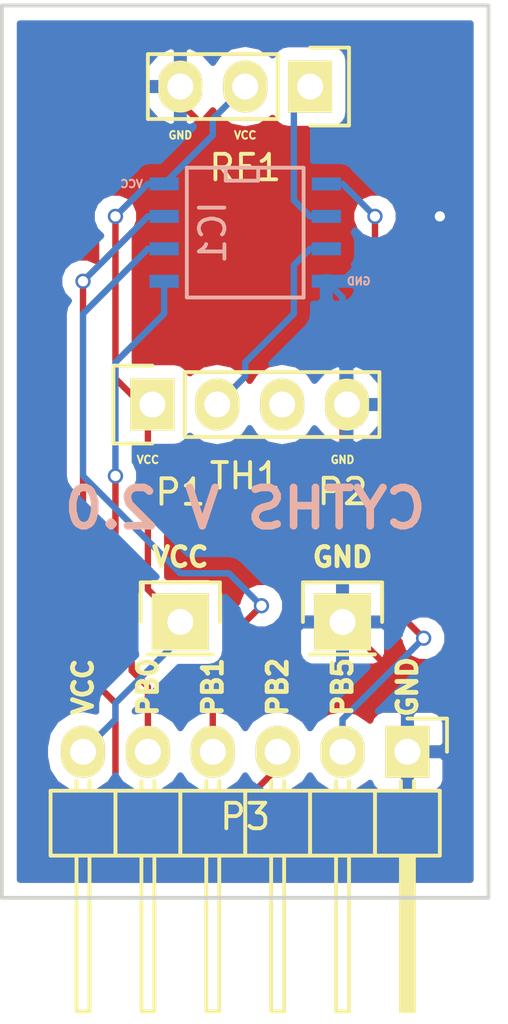
<source format=kicad_pcb>
(kicad_pcb (version 4) (host pcbnew 4.0.2+dfsg1-2~bpo8+1-stable)

  (general
    (links 14)
    (no_connects 0)
    (area 173.914999 73.584999 193.115001 108.660001)
    (thickness 1.6)
    (drawings 19)
    (tracks 85)
    (zones 0)
    (modules 6)
    (nets 10)
  )

  (page A4)
  (layers
    (0 F.Cu signal)
    (31 B.Cu signal hide)
    (32 B.Adhes user)
    (33 F.Adhes user)
    (34 B.Paste user)
    (35 F.Paste user)
    (36 B.SilkS user)
    (37 F.SilkS user)
    (38 B.Mask user)
    (39 F.Mask user)
    (40 Dwgs.User user)
    (41 Cmts.User user)
    (42 Eco1.User user)
    (43 Eco2.User user)
    (44 Edge.Cuts user)
    (45 Margin user)
    (46 B.CrtYd user)
    (47 F.CrtYd user)
    (48 B.Fab user)
    (49 F.Fab user)
  )

  (setup
    (last_trace_width 0.25)
    (trace_clearance 0.2)
    (zone_clearance 0.508)
    (zone_45_only yes)
    (trace_min 0.2)
    (segment_width 0.2)
    (edge_width 0.15)
    (via_size 0.6)
    (via_drill 0.4)
    (via_min_size 0.4)
    (via_min_drill 0.3)
    (uvia_size 0.3)
    (uvia_drill 0.1)
    (uvias_allowed no)
    (uvia_min_size 0.2)
    (uvia_min_drill 0.1)
    (pcb_text_width 0.3)
    (pcb_text_size 0.3 0.3)
    (mod_edge_width 0.15)
    (mod_text_size 1 1)
    (mod_text_width 0.15)
    (pad_size 1.524 1.524)
    (pad_drill 0.762)
    (pad_to_mask_clearance 0.2)
    (aux_axis_origin 0 0)
    (visible_elements FFFFF77F)
    (pcbplotparams
      (layerselection 0x01030_80000001)
      (usegerberextensions true)
      (excludeedgelayer true)
      (linewidth 0.100000)
      (plotframeref false)
      (viasonmask false)
      (mode 1)
      (useauxorigin false)
      (hpglpennumber 1)
      (hpglpenspeed 20)
      (hpglpendiameter 15)
      (hpglpenoverlay 2)
      (psnegative false)
      (psa4output false)
      (plotreference true)
      (plotvalue true)
      (plotinvisibletext false)
      (padsonsilk false)
      (subtractmaskfromsilk false)
      (outputformat 1)
      (mirror false)
      (drillshape 0)
      (scaleselection 1)
      (outputdirectory /home/yves/Bureau/cyths/))
  )

  (net 0 "")
  (net 1 VCC)
  (net 2 "Net-(IC1-Pad7)")
  (net 3 "Net-(IC1-Pad6)")
  (net 4 "Net-(IC1-Pad5)")
  (net 5 GND)
  (net 6 "Net-(IC1-Pad3)")
  (net 7 "Net-(IC1-Pad2)")
  (net 8 "Net-(IC1-Pad1)")
  (net 9 "Net-(TH1-Pad3)")

  (net_class Default "This is the default net class."
    (clearance 0.2)
    (trace_width 0.25)
    (via_dia 0.6)
    (via_drill 0.4)
    (uvia_dia 0.3)
    (uvia_drill 0.1)
    (add_net GND)
    (add_net "Net-(IC1-Pad1)")
    (add_net "Net-(IC1-Pad2)")
    (add_net "Net-(IC1-Pad3)")
    (add_net "Net-(IC1-Pad5)")
    (add_net "Net-(IC1-Pad6)")
    (add_net "Net-(IC1-Pad7)")
    (add_net "Net-(TH1-Pad3)")
    (add_net VCC)
  )

  (module Sensors:RF_Transmitter_433_MHz (layer F.Cu) (tedit 57C19B42) (tstamp 57C18C37)
    (at 183.515 76.835 180)
    (path /57A25B62)
    (fp_text reference RF1 (at 0 -3.175 180) (layer F.SilkS)
      (effects (font (size 1 1) (thickness 0.15)))
    )
    (fp_text value Transmitter_433_MHz (at 0 2.54 180) (layer F.Fab)
      (effects (font (size 1 1) (thickness 0.15)))
    )
    (fp_line (start 3.81 1.27) (end -1.27 1.27) (layer F.SilkS) (width 0.15))
    (fp_line (start 3.81 -1.27) (end 3.81 1.27) (layer F.SilkS) (width 0.15))
    (fp_line (start -1.27 -1.27) (end 3.81 -1.27) (layer F.SilkS) (width 0.15))
    (fp_line (start -1.27 1.27) (end -1.27 -1.27) (layer F.SilkS) (width 0.15))
    (fp_line (start -4.064 1.524) (end -2.54 1.524) (layer F.SilkS) (width 0.15))
    (fp_line (start -4.064 -1.524) (end -4.064 1.524) (layer F.SilkS) (width 0.15))
    (fp_line (start -2.54 -1.524) (end -4.064 -1.524) (layer F.SilkS) (width 0.15))
    (fp_line (start -4.445 0.635) (end -4.445 -0.635) (layer F.CrtYd) (width 0.15))
    (fp_line (start -6.985 0.635) (end -4.445 0.635) (layer F.CrtYd) (width 0.15))
    (fp_line (start -6.985 -0.635) (end -6.985 0.635) (layer F.CrtYd) (width 0.15))
    (fp_line (start 9.525 -0.635) (end -9.525 -0.635) (layer F.CrtYd) (width 0.15))
    (fp_line (start 9.525 -1.905) (end 9.525 -0.635) (layer F.CrtYd) (width 0.15))
    (fp_line (start -9.525 -1.905) (end 9.525 -1.905) (layer F.CrtYd) (width 0.15))
    (fp_line (start -9.525 -0.635) (end -9.525 -1.905) (layer F.CrtYd) (width 0.15))
    (pad 1 thru_hole rect (at -2.54 0 270) (size 2.032 1.7272) (drill 1.016) (layers *.Cu *.Mask F.SilkS)
      (net 7 "Net-(IC1-Pad2)"))
    (pad 2 thru_hole oval (at 0 0 270) (size 2.032 1.7272) (drill 1.016) (layers *.Cu *.Mask F.SilkS)
      (net 1 VCC))
    (pad 3 thru_hole oval (at 2.54 0 270) (size 2.032 1.7272) (drill 1.016) (layers *.Cu *.Mask F.SilkS)
      (net 5 GND))
  )

  (module SMD_Packages:SOIC-8-N (layer B.Cu) (tedit 0) (tstamp 57C18C1C)
    (at 183.515 82.55 270)
    (descr "Module Narrow CMS SOJ 8 pins large")
    (tags "CMS SOJ")
    (path /57A25814)
    (attr smd)
    (fp_text reference IC1 (at 0 1.27 270) (layer B.SilkS)
      (effects (font (size 1 1) (thickness 0.15)) (justify mirror))
    )
    (fp_text value ATTINY85-S (at 0 -1.27 270) (layer B.Fab)
      (effects (font (size 1 1) (thickness 0.15)) (justify mirror))
    )
    (fp_line (start -2.54 2.286) (end 2.54 2.286) (layer B.SilkS) (width 0.15))
    (fp_line (start 2.54 2.286) (end 2.54 -2.286) (layer B.SilkS) (width 0.15))
    (fp_line (start 2.54 -2.286) (end -2.54 -2.286) (layer B.SilkS) (width 0.15))
    (fp_line (start -2.54 -2.286) (end -2.54 2.286) (layer B.SilkS) (width 0.15))
    (fp_line (start -2.54 0.762) (end -2.032 0.762) (layer B.SilkS) (width 0.15))
    (fp_line (start -2.032 0.762) (end -2.032 -0.508) (layer B.SilkS) (width 0.15))
    (fp_line (start -2.032 -0.508) (end -2.54 -0.508) (layer B.SilkS) (width 0.15))
    (pad 8 smd rect (at -1.905 3.175 270) (size 0.508 1.143) (layers B.Cu B.Paste B.Mask)
      (net 1 VCC))
    (pad 7 smd rect (at -0.635 3.175 270) (size 0.508 1.143) (layers B.Cu B.Paste B.Mask)
      (net 2 "Net-(IC1-Pad7)"))
    (pad 6 smd rect (at 0.635 3.175 270) (size 0.508 1.143) (layers B.Cu B.Paste B.Mask)
      (net 3 "Net-(IC1-Pad6)"))
    (pad 5 smd rect (at 1.905 3.175 270) (size 0.508 1.143) (layers B.Cu B.Paste B.Mask)
      (net 4 "Net-(IC1-Pad5)"))
    (pad 4 smd rect (at 1.905 -3.175 270) (size 0.508 1.143) (layers B.Cu B.Paste B.Mask)
      (net 5 GND))
    (pad 3 smd rect (at 0.635 -3.175 270) (size 0.508 1.143) (layers B.Cu B.Paste B.Mask)
      (net 6 "Net-(IC1-Pad3)"))
    (pad 2 smd rect (at -0.635 -3.175 270) (size 0.508 1.143) (layers B.Cu B.Paste B.Mask)
      (net 7 "Net-(IC1-Pad2)"))
    (pad 1 smd rect (at -1.905 -3.175 270) (size 0.508 1.143) (layers B.Cu B.Paste B.Mask)
      (net 8 "Net-(IC1-Pad1)"))
    (model SMD_Packages.3dshapes/SOIC-8-N.wrl
      (at (xyz 0 0 0))
      (scale (xyz 0.5 0.38 0.5))
      (rotate (xyz 0 0 0))
    )
  )

  (module Pin_Headers:Pin_Header_Straight_1x01 (layer F.Cu) (tedit 57C19981) (tstamp 57C18C21)
    (at 180.975 97.79)
    (descr "Through hole pin header")
    (tags "pin header")
    (path /57C195FD)
    (fp_text reference P1 (at 0 -5.08) (layer F.SilkS)
      (effects (font (size 1 1) (thickness 0.15)))
    )
    (fp_text value VCC_HEADER (at 0 -3.1) (layer F.Fab)
      (effects (font (size 1 1) (thickness 0.15)))
    )
    (fp_line (start 1.55 -1.55) (end 1.55 0) (layer F.SilkS) (width 0.15))
    (fp_line (start -1.75 -1.75) (end -1.75 1.75) (layer F.CrtYd) (width 0.05))
    (fp_line (start 1.75 -1.75) (end 1.75 1.75) (layer F.CrtYd) (width 0.05))
    (fp_line (start -1.75 -1.75) (end 1.75 -1.75) (layer F.CrtYd) (width 0.05))
    (fp_line (start -1.75 1.75) (end 1.75 1.75) (layer F.CrtYd) (width 0.05))
    (fp_line (start -1.55 0) (end -1.55 -1.55) (layer F.SilkS) (width 0.15))
    (fp_line (start -1.55 -1.55) (end 1.55 -1.55) (layer F.SilkS) (width 0.15))
    (fp_line (start -1.27 1.27) (end 1.27 1.27) (layer F.SilkS) (width 0.15))
    (pad 1 thru_hole rect (at 0 0) (size 2.2352 2.2352) (drill 1.016) (layers *.Cu *.Mask F.SilkS)
      (net 1 VCC))
    (model Pin_Headers.3dshapes/Pin_Header_Straight_1x01.wrl
      (at (xyz 0 0 0))
      (scale (xyz 1 1 1))
      (rotate (xyz 0 0 90))
    )
  )

  (module Pin_Headers:Pin_Header_Angled_1x06 (layer F.Cu) (tedit 57C1974A) (tstamp 57C18C30)
    (at 189.865 102.87 270)
    (descr "Through hole pin header")
    (tags "pin header")
    (path /57C18B49)
    (fp_text reference P3 (at 2.54 6.35 360) (layer F.SilkS)
      (effects (font (size 1 1) (thickness 0.15)))
    )
    (fp_text value PROG_HEADER (at 0 -3.1 270) (layer F.Fab)
      (effects (font (size 1 1) (thickness 0.15)))
    )
    (fp_line (start -1.5 -1.75) (end -1.5 14.45) (layer F.CrtYd) (width 0.05))
    (fp_line (start 10.65 -1.75) (end 10.65 14.45) (layer F.CrtYd) (width 0.05))
    (fp_line (start -1.5 -1.75) (end 10.65 -1.75) (layer F.CrtYd) (width 0.05))
    (fp_line (start -1.5 14.45) (end 10.65 14.45) (layer F.CrtYd) (width 0.05))
    (fp_line (start -1.3 -1.55) (end -1.3 0) (layer F.SilkS) (width 0.15))
    (fp_line (start 0 -1.55) (end -1.3 -1.55) (layer F.SilkS) (width 0.15))
    (fp_line (start 4.191 -0.127) (end 10.033 -0.127) (layer F.SilkS) (width 0.15))
    (fp_line (start 10.033 -0.127) (end 10.033 0.127) (layer F.SilkS) (width 0.15))
    (fp_line (start 10.033 0.127) (end 4.191 0.127) (layer F.SilkS) (width 0.15))
    (fp_line (start 4.191 0.127) (end 4.191 0) (layer F.SilkS) (width 0.15))
    (fp_line (start 4.191 0) (end 10.033 0) (layer F.SilkS) (width 0.15))
    (fp_line (start 1.524 -0.254) (end 1.143 -0.254) (layer F.SilkS) (width 0.15))
    (fp_line (start 1.524 0.254) (end 1.143 0.254) (layer F.SilkS) (width 0.15))
    (fp_line (start 1.524 2.286) (end 1.143 2.286) (layer F.SilkS) (width 0.15))
    (fp_line (start 1.524 2.794) (end 1.143 2.794) (layer F.SilkS) (width 0.15))
    (fp_line (start 1.524 4.826) (end 1.143 4.826) (layer F.SilkS) (width 0.15))
    (fp_line (start 1.524 5.334) (end 1.143 5.334) (layer F.SilkS) (width 0.15))
    (fp_line (start 1.524 12.954) (end 1.143 12.954) (layer F.SilkS) (width 0.15))
    (fp_line (start 1.524 12.446) (end 1.143 12.446) (layer F.SilkS) (width 0.15))
    (fp_line (start 1.524 10.414) (end 1.143 10.414) (layer F.SilkS) (width 0.15))
    (fp_line (start 1.524 9.906) (end 1.143 9.906) (layer F.SilkS) (width 0.15))
    (fp_line (start 1.524 7.874) (end 1.143 7.874) (layer F.SilkS) (width 0.15))
    (fp_line (start 1.524 7.366) (end 1.143 7.366) (layer F.SilkS) (width 0.15))
    (fp_line (start 1.524 -1.27) (end 4.064 -1.27) (layer F.SilkS) (width 0.15))
    (fp_line (start 1.524 1.27) (end 4.064 1.27) (layer F.SilkS) (width 0.15))
    (fp_line (start 1.524 1.27) (end 1.524 3.81) (layer F.SilkS) (width 0.15))
    (fp_line (start 1.524 3.81) (end 4.064 3.81) (layer F.SilkS) (width 0.15))
    (fp_line (start 4.064 2.286) (end 10.16 2.286) (layer F.SilkS) (width 0.15))
    (fp_line (start 10.16 2.286) (end 10.16 2.794) (layer F.SilkS) (width 0.15))
    (fp_line (start 10.16 2.794) (end 4.064 2.794) (layer F.SilkS) (width 0.15))
    (fp_line (start 4.064 3.81) (end 4.064 1.27) (layer F.SilkS) (width 0.15))
    (fp_line (start 4.064 1.27) (end 4.064 -1.27) (layer F.SilkS) (width 0.15))
    (fp_line (start 10.16 0.254) (end 4.064 0.254) (layer F.SilkS) (width 0.15))
    (fp_line (start 10.16 -0.254) (end 10.16 0.254) (layer F.SilkS) (width 0.15))
    (fp_line (start 4.064 -0.254) (end 10.16 -0.254) (layer F.SilkS) (width 0.15))
    (fp_line (start 1.524 1.27) (end 4.064 1.27) (layer F.SilkS) (width 0.15))
    (fp_line (start 1.524 -1.27) (end 1.524 1.27) (layer F.SilkS) (width 0.15))
    (fp_line (start 1.524 8.89) (end 4.064 8.89) (layer F.SilkS) (width 0.15))
    (fp_line (start 1.524 8.89) (end 1.524 11.43) (layer F.SilkS) (width 0.15))
    (fp_line (start 1.524 11.43) (end 4.064 11.43) (layer F.SilkS) (width 0.15))
    (fp_line (start 4.064 9.906) (end 10.16 9.906) (layer F.SilkS) (width 0.15))
    (fp_line (start 10.16 9.906) (end 10.16 10.414) (layer F.SilkS) (width 0.15))
    (fp_line (start 10.16 10.414) (end 4.064 10.414) (layer F.SilkS) (width 0.15))
    (fp_line (start 4.064 11.43) (end 4.064 8.89) (layer F.SilkS) (width 0.15))
    (fp_line (start 4.064 13.97) (end 4.064 11.43) (layer F.SilkS) (width 0.15))
    (fp_line (start 10.16 12.954) (end 4.064 12.954) (layer F.SilkS) (width 0.15))
    (fp_line (start 10.16 12.446) (end 10.16 12.954) (layer F.SilkS) (width 0.15))
    (fp_line (start 4.064 12.446) (end 10.16 12.446) (layer F.SilkS) (width 0.15))
    (fp_line (start 1.524 13.97) (end 4.064 13.97) (layer F.SilkS) (width 0.15))
    (fp_line (start 1.524 11.43) (end 1.524 13.97) (layer F.SilkS) (width 0.15))
    (fp_line (start 1.524 11.43) (end 4.064 11.43) (layer F.SilkS) (width 0.15))
    (fp_line (start 1.524 6.35) (end 4.064 6.35) (layer F.SilkS) (width 0.15))
    (fp_line (start 1.524 6.35) (end 1.524 8.89) (layer F.SilkS) (width 0.15))
    (fp_line (start 1.524 8.89) (end 4.064 8.89) (layer F.SilkS) (width 0.15))
    (fp_line (start 4.064 7.366) (end 10.16 7.366) (layer F.SilkS) (width 0.15))
    (fp_line (start 10.16 7.366) (end 10.16 7.874) (layer F.SilkS) (width 0.15))
    (fp_line (start 10.16 7.874) (end 4.064 7.874) (layer F.SilkS) (width 0.15))
    (fp_line (start 4.064 8.89) (end 4.064 6.35) (layer F.SilkS) (width 0.15))
    (fp_line (start 4.064 6.35) (end 4.064 3.81) (layer F.SilkS) (width 0.15))
    (fp_line (start 10.16 5.334) (end 4.064 5.334) (layer F.SilkS) (width 0.15))
    (fp_line (start 10.16 4.826) (end 10.16 5.334) (layer F.SilkS) (width 0.15))
    (fp_line (start 4.064 4.826) (end 10.16 4.826) (layer F.SilkS) (width 0.15))
    (fp_line (start 1.524 6.35) (end 4.064 6.35) (layer F.SilkS) (width 0.15))
    (fp_line (start 1.524 3.81) (end 1.524 6.35) (layer F.SilkS) (width 0.15))
    (fp_line (start 1.524 3.81) (end 4.064 3.81) (layer F.SilkS) (width 0.15))
    (pad 1 thru_hole rect (at 0 0 270) (size 2.032 1.7272) (drill 1.016) (layers *.Cu *.Mask F.SilkS)
      (net 5 GND))
    (pad 2 thru_hole oval (at 0 2.54 270) (size 2.032 1.7272) (drill 1.016) (layers *.Cu *.Mask F.SilkS)
      (net 8 "Net-(IC1-Pad1)"))
    (pad 3 thru_hole oval (at 0 5.08 270) (size 2.032 1.7272) (drill 1.016) (layers *.Cu *.Mask F.SilkS)
      (net 2 "Net-(IC1-Pad7)"))
    (pad 4 thru_hole oval (at 0 7.62 270) (size 2.032 1.7272) (drill 1.016) (layers *.Cu *.Mask F.SilkS)
      (net 3 "Net-(IC1-Pad6)"))
    (pad 5 thru_hole oval (at 0 10.16 270) (size 2.032 1.7272) (drill 1.016) (layers *.Cu *.Mask F.SilkS)
      (net 4 "Net-(IC1-Pad5)"))
    (pad 6 thru_hole oval (at 0 12.7 270) (size 2.032 1.7272) (drill 1.016) (layers *.Cu *.Mask F.SilkS)
      (net 1 VCC))
    (model Pin_Headers.3dshapes/Pin_Header_Angled_1x06.wrl
      (at (xyz 0 -0.25 0))
      (scale (xyz 1 1 1))
      (rotate (xyz 0 0 90))
    )
  )

  (module Sensors:DHT22_Temperature_Humidity (layer F.Cu) (tedit 57C19300) (tstamp 57C18C3F)
    (at 183.690001 89.280001)
    (path /57A25AE9)
    (fp_text reference TH1 (at -0.175001 2.794999) (layer F.SilkS)
      (effects (font (size 1 1) (thickness 0.15)))
    )
    (fp_text value DHT22 (at 0 5.445) (layer F.Fab)
      (effects (font (size 1 1) (thickness 0.15)))
    )
    (fp_line (start -2.54 1.27) (end -2.54 -1.27) (layer F.SilkS) (width 0.15))
    (fp_line (start 5.08 1.27) (end -2.54 1.27) (layer F.SilkS) (width 0.15))
    (fp_line (start 5.08 -1.27) (end 5.08 1.27) (layer F.SilkS) (width 0.15))
    (fp_line (start -2.54 -1.27) (end 5.08 -1.27) (layer F.SilkS) (width 0.15))
    (fp_line (start -5.334 1.524) (end -3.81 1.524) (layer F.SilkS) (width 0.15))
    (fp_line (start -5.334 -1.524) (end -5.334 1.524) (layer F.SilkS) (width 0.15))
    (fp_line (start -3.81 -1.524) (end -5.334 -1.524) (layer F.SilkS) (width 0.15))
    (fp_line (start -7.62 4.3) (end 7.62 4.3) (layer B.CrtYd) (width 0.15))
    (fp_line (start -7.62 -3.3) (end -7.62 4.3) (layer B.CrtYd) (width 0.15))
    (fp_line (start 7.62 -3.3) (end 7.62 4.3) (layer B.CrtYd) (width 0.15))
    (fp_line (start -7.62 -3.3) (end 7.62 -3.3) (layer B.CrtYd) (width 0.15))
    (fp_line (start -7.62 -2) (end 7.62 -2) (layer B.CrtYd) (width 0.15))
    (pad 1 thru_hole rect (at -3.81 0 90) (size 2.032 1.7272) (drill 1.016) (layers *.Cu *.Mask F.SilkS)
      (net 1 VCC))
    (pad 2 thru_hole oval (at -1.27 0 90) (size 2.032 1.7272) (drill 1.016) (layers *.Cu *.Mask F.SilkS)
      (net 6 "Net-(IC1-Pad3)"))
    (pad 3 thru_hole oval (at 1.27 0 90) (size 2.032 1.7272) (drill 1.016) (layers *.Cu *.Mask F.SilkS)
      (net 9 "Net-(TH1-Pad3)"))
    (pad 4 thru_hole oval (at 3.81 0 90) (size 2.032 1.7272) (drill 1.016) (layers *.Cu *.Mask F.SilkS)
      (net 5 GND))
  )

  (module Pin_Headers:Pin_Header_Straight_1x01 (layer F.Cu) (tedit 54EA08DC) (tstamp 57C1975A)
    (at 187.325 97.79)
    (descr "Through hole pin header")
    (tags "pin header")
    (path /57C19671)
    (fp_text reference P2 (at 0 -5.1) (layer F.SilkS)
      (effects (font (size 1 1) (thickness 0.15)))
    )
    (fp_text value GND_HEADER (at 0 -3.1) (layer F.Fab)
      (effects (font (size 1 1) (thickness 0.15)))
    )
    (fp_line (start 1.55 -1.55) (end 1.55 0) (layer F.SilkS) (width 0.15))
    (fp_line (start -1.75 -1.75) (end -1.75 1.75) (layer F.CrtYd) (width 0.05))
    (fp_line (start 1.75 -1.75) (end 1.75 1.75) (layer F.CrtYd) (width 0.05))
    (fp_line (start -1.75 -1.75) (end 1.75 -1.75) (layer F.CrtYd) (width 0.05))
    (fp_line (start -1.75 1.75) (end 1.75 1.75) (layer F.CrtYd) (width 0.05))
    (fp_line (start -1.55 0) (end -1.55 -1.55) (layer F.SilkS) (width 0.15))
    (fp_line (start -1.55 -1.55) (end 1.55 -1.55) (layer F.SilkS) (width 0.15))
    (fp_line (start -1.27 1.27) (end 1.27 1.27) (layer F.SilkS) (width 0.15))
    (pad 1 thru_hole rect (at 0 0) (size 2.2352 2.2352) (drill 1.016) (layers *.Cu *.Mask F.SilkS)
      (net 5 GND))
    (model Pin_Headers.3dshapes/Pin_Header_Straight_1x01.wrl
      (at (xyz 0 0 0))
      (scale (xyz 1 1 1))
      (rotate (xyz 0 0 90))
    )
  )

  (gr_line (start 173.99 73.66) (end 173.99 108.585) (angle 90) (layer Edge.Cuts) (width 0.15))
  (gr_line (start 193.04 73.66) (end 173.99 73.66) (angle 90) (layer Edge.Cuts) (width 0.15))
  (gr_line (start 193.04 108.585) (end 193.04 73.66) (angle 90) (layer Edge.Cuts) (width 0.15))
  (gr_line (start 173.99 108.585) (end 193.04 108.585) (angle 90) (layer Edge.Cuts) (width 0.15))
  (gr_text VCC (at 183.515 78.74) (layer F.SilkS)
    (effects (font (size 0.3 0.3) (thickness 0.075)))
  )
  (gr_text GND (at 180.975 78.74) (layer F.SilkS)
    (effects (font (size 0.3 0.3) (thickness 0.075)))
  )
  (gr_text GND (at 187.325 91.44) (layer F.SilkS)
    (effects (font (size 0.3 0.3) (thickness 0.075)))
  )
  (gr_text VCC (at 179.705 91.44) (layer F.SilkS)
    (effects (font (size 0.3 0.3) (thickness 0.075)))
  )
  (gr_text GND (at 187.96 84.455) (layer B.SilkS)
    (effects (font (size 0.3 0.3) (thickness 0.075)) (justify mirror))
  )
  (gr_text VCC (at 179.07 80.645) (layer B.SilkS)
    (effects (font (size 0.3 0.3) (thickness 0.075)) (justify mirror))
  )
  (gr_text GND (at 187.325 95.25) (layer F.SilkS)
    (effects (font (size 0.75 0.75) (thickness 0.1875)))
  )
  (gr_text VCC (at 180.975 95.25) (layer F.SilkS)
    (effects (font (size 0.75 0.75) (thickness 0.1875)))
  )
  (gr_text GND (at 189.865 100.33 90) (layer F.SilkS)
    (effects (font (size 0.75 0.75) (thickness 0.1875)))
  )
  (gr_text PB5 (at 187.325 100.33 90) (layer F.SilkS)
    (effects (font (size 0.75 0.75) (thickness 0.1875)))
  )
  (gr_text PB2 (at 184.785 100.33 90) (layer F.SilkS)
    (effects (font (size 0.75 0.75) (thickness 0.1875)))
  )
  (gr_text PB1 (at 182.245 100.33 90) (layer F.SilkS)
    (effects (font (size 0.75 0.75) (thickness 0.1875)))
  )
  (gr_text PB0 (at 179.705 100.33 90) (layer F.SilkS)
    (effects (font (size 0.75 0.75) (thickness 0.1875)))
  )
  (gr_text VCC (at 177.165 100.33 90) (layer F.SilkS)
    (effects (font (size 0.75 0.75) (thickness 0.1875)))
  )
  (gr_text "CYTHS V 2.0" (at 183.515 93.345) (layer B.SilkS)
    (effects (font (size 1.5 1.5) (thickness 0.3)) (justify mirror))
  )

  (segment (start 180.975 97.79) (end 180.975 98.425) (width 0.25) (layer B.Cu) (net 1) (status 80000))
  (segment (start 180.975 98.425) (end 178.435 100.965) (width 0.25) (layer B.Cu) (net 1) (status 80000))
  (segment (start 178.435 100.965) (end 178.435 101.6) (width 0.25) (layer B.Cu) (net 1) (status 80000))
  (segment (start 178.435 101.6) (end 177.165 102.87) (width 0.25) (layer B.Cu) (net 1) (status 80000))
  (segment (start 180.34 80.645) (end 182.245 78.74) (width 0.25) (layer B.Cu) (net 1) (status 80000))
  (segment (start 182.245 78.74) (end 182.245 78.105) (width 0.25) (layer B.Cu) (net 1) (status 80000))
  (segment (start 182.245 78.105) (end 183.515 76.835) (width 0.25) (layer B.Cu) (net 1) (status 80000))
  (segment (start 180.975 97.79) (end 179.705 96.52) (width 0.25) (layer F.Cu) (net 1) (status 80000))
  (segment (start 179.705 96.52) (end 179.705 89.535) (width 0.25) (layer F.Cu) (net 1) (status 80000))
  (segment (start 179.705 89.535) (end 179.880001 89.280001) (width 0.25) (layer F.Cu) (net 1) (tstamp 57C1F94A) (status 80000))
  (segment (start 179.880001 89.280001) (end 179.705 89.535) (width 0.25) (layer F.Cu) (net 1) (status 80000))
  (segment (start 179.705 89.535) (end 178.435 88.265) (width 0.25) (layer F.Cu) (net 1) (status 80000))
  (segment (start 178.435 88.265) (end 178.435 81.915) (width 0.25) (layer F.Cu) (net 1) (status 80000))
  (via (at 178.435 81.915) (size 0.6) (layers F.Cu B.Cu) (net 1) (status 80000))
  (segment (start 178.435 81.915) (end 179.705 80.645) (width 0.25) (layer B.Cu) (net 1) (status 80000))
  (segment (start 179.705 80.645) (end 180.34 80.645) (width 0.25) (layer B.Cu) (net 1) (status 80000))
  (segment (start 178.435 100.965) (end 178.435 104.14) (width 0.25) (layer F.Cu) (net 2))
  (segment (start 179.705 81.915) (end 177.165 84.455) (width 0.25) (layer B.Cu) (net 2) (tstamp 57C2E37F))
  (segment (start 184.785 103.505) (end 183.515 104.775) (width 0.25) (layer F.Cu) (net 2) (status 80000))
  (segment (start 177.8 100.33) (end 178.435 100.965) (width 0.25) (layer F.Cu) (net 2) (status 80000))
  (segment (start 177.8 98.425) (end 177.8 100.33) (width 0.25) (layer F.Cu) (net 2) (status 80000))
  (segment (start 177.165 97.79) (end 177.8 98.425) (width 0.25) (layer F.Cu) (net 2) (status 80000))
  (segment (start 177.165 84.455) (end 177.165 97.79) (width 0.25) (layer F.Cu) (net 2) (status 80000))
  (via (at 177.165 84.455) (size 0.6) (layers F.Cu B.Cu) (net 2) (status 80000))
  (segment (start 179.705 81.915) (end 180.34 81.915) (width 0.25) (layer B.Cu) (net 2))
  (segment (start 179.07 104.775) (end 183.515 104.775) (width 0.25) (layer F.Cu) (net 2) (tstamp 57C2E472))
  (segment (start 178.435 104.14) (end 179.07 104.775) (width 0.25) (layer F.Cu) (net 2) (tstamp 57C2E46F))
  (segment (start 184.785 103.505) (end 184.785 102.87) (width 0.25) (layer F.Cu) (net 2) (status 80000))
  (segment (start 180.34 83.185) (end 179.705 83.185) (width 0.25) (layer B.Cu) (net 3))
  (segment (start 182.245 100.33) (end 182.245 102.87) (width 0.25) (layer F.Cu) (net 3) (status 80000))
  (segment (start 182.88 99.695) (end 182.245 100.33) (width 0.25) (layer F.Cu) (net 3) (status 80000))
  (segment (start 182.88 98.425) (end 182.88 99.695) (width 0.25) (layer F.Cu) (net 3) (status 80000))
  (segment (start 184.15 97.155) (end 182.88 98.425) (width 0.25) (layer F.Cu) (net 3) (status 80000))
  (via (at 184.15 97.155) (size 0.6) (layers F.Cu B.Cu) (net 3) (status 80000))
  (segment (start 182.88 95.885) (end 184.15 97.155) (width 0.25) (layer B.Cu) (net 3) (status 80000))
  (segment (start 180.975 95.885) (end 182.88 95.885) (width 0.25) (layer B.Cu) (net 3) (status 80000))
  (segment (start 177.165 92.075) (end 180.975 95.885) (width 0.25) (layer B.Cu) (net 3) (status 80000))
  (segment (start 177.165 86.995) (end 177.165 92.075) (width 0.25) (layer B.Cu) (net 3) (status 80000))
  (segment (start 177.165 85.725) (end 177.165 86.995) (width 0.25) (layer B.Cu) (net 3) (tstamp 57C2E3A8))
  (segment (start 179.705 83.185) (end 177.165 85.725) (width 0.25) (layer B.Cu) (net 3) (tstamp 57C2E3A2))
  (segment (start 180.34 84.455) (end 180.34 85.725) (width 0.25) (layer B.Cu) (net 4) (status 80000))
  (segment (start 180.34 85.725) (end 178.435 87.63) (width 0.25) (layer B.Cu) (net 4) (status 80000))
  (segment (start 178.435 87.63) (end 178.435 92.075) (width 0.25) (layer B.Cu) (net 4) (status 80000))
  (via (at 178.435 92.075) (size 0.6) (layers F.Cu B.Cu) (net 4) (status 80000))
  (segment (start 178.435 92.075) (end 178.435 97.155) (width 0.25) (layer F.Cu) (net 4) (status 80000))
  (segment (start 178.435 97.155) (end 179.07 97.79) (width 0.25) (layer F.Cu) (net 4) (status 80000))
  (segment (start 179.07 97.79) (end 179.07 99.695) (width 0.25) (layer F.Cu) (net 4) (status 80000))
  (segment (start 179.07 99.695) (end 179.705 100.33) (width 0.25) (layer F.Cu) (net 4) (status 80000))
  (segment (start 179.705 100.33) (end 179.705 102.87) (width 0.25) (layer F.Cu) (net 4) (status 80000))
  (segment (start 180.975 76.835) (end 180.975 77.47) (width 0.25) (layer F.Cu) (net 5))
  (segment (start 180.975 77.47) (end 182.88 79.375) (width 0.25) (layer F.Cu) (net 5) (tstamp 57C2E2B8))
  (segment (start 182.88 79.375) (end 188.595 79.375) (width 0.25) (layer F.Cu) (net 5) (tstamp 57C2E2C0))
  (segment (start 188.595 79.375) (end 191.135 81.915) (width 0.25) (layer F.Cu) (net 5) (tstamp 57C2E2C8))
  (segment (start 189.865 100.33) (end 189.865 102.87) (width 0.25) (layer F.Cu) (net 5) (status 80000))
  (segment (start 186.69 84.455) (end 187.325 84.455) (width 0.25) (layer B.Cu) (net 5) (status 80000))
  (segment (start 187.325 84.455) (end 188.595 83.185) (width 0.25) (layer B.Cu) (net 5) (status 80000))
  (segment (start 188.595 83.185) (end 191.135 81.915) (width 0.25) (layer B.Cu) (net 5) (status 80000))
  (via (at 191.135 81.915) (size 0.6) (layers F.Cu B.Cu) (net 5) (status 80000))
  (segment (start 187.325 97.79) (end 189.865 100.33) (width 0.25) (layer F.Cu) (net 5) (status 80000))
  (segment (start 187.325 97.79) (end 187.325 89.535) (width 0.25) (layer F.Cu) (net 5) (status 80000))
  (segment (start 187.325 89.535) (end 187.500001 89.280001) (width 0.25) (layer F.Cu) (net 5) (tstamp 57C1F949) (status 80000))
  (segment (start 187.500001 89.280001) (end 187.325 89.535) (width 0.25) (layer B.Cu) (net 5) (status 80000))
  (segment (start 187.325 89.535) (end 187.325 85.09) (width 0.25) (layer B.Cu) (net 5) (status 80000))
  (segment (start 187.325 85.09) (end 186.69 84.455) (width 0.25) (layer B.Cu) (net 5) (status 80000))
  (segment (start 183.515 87.63) (end 183.515 88.185002) (width 0.25) (layer B.Cu) (net 6))
  (segment (start 185.42 85.725) (end 183.515 87.63) (width 0.25) (layer B.Cu) (net 6) (status 80000))
  (segment (start 185.42 83.82) (end 185.42 85.725) (width 0.25) (layer B.Cu) (net 6) (status 80000))
  (segment (start 186.055 83.185) (end 185.42 83.82) (width 0.25) (layer B.Cu) (net 6) (status 80000))
  (segment (start 186.69 83.185) (end 186.055 83.185) (width 0.25) (layer B.Cu) (net 6) (status 80000))
  (segment (start 183.515 88.185002) (end 182.420001 89.280001) (width 0.25) (layer B.Cu) (net 6) (tstamp 57C2E3D3))
  (segment (start 182.245 89.535) (end 182.420001 89.280001) (width 0.25) (layer B.Cu) (net 6) (tstamp 57C1F94B) (status 80000))
  (segment (start 186.69 81.915) (end 186.055 81.915) (width 0.25) (layer B.Cu) (net 7))
  (segment (start 185.42 81.28) (end 185.42 77.47) (width 0.25) (layer B.Cu) (net 7) (status 80000))
  (segment (start 186.055 81.915) (end 185.42 81.28) (width 0.25) (layer B.Cu) (net 7) (tstamp 57C2E3F2))
  (segment (start 185.42 77.47) (end 186.055 76.835) (width 0.25) (layer B.Cu) (net 7) (status 80000))
  (segment (start 187.325 102.87) (end 187.325 101.6) (width 0.25) (layer B.Cu) (net 8) (status 80000))
  (segment (start 187.325 101.6) (end 190.5 98.425) (width 0.25) (layer B.Cu) (net 8) (status 80000))
  (via (at 190.5 98.425) (size 0.6) (layers F.Cu B.Cu) (net 8) (status 80000))
  (segment (start 190.5 98.425) (end 189.23 97.155) (width 0.25) (layer F.Cu) (net 8) (status 80000))
  (segment (start 189.23 97.155) (end 189.23 87.63) (width 0.25) (layer F.Cu) (net 8) (status 80000))
  (segment (start 189.23 87.63) (end 188.595 86.995) (width 0.25) (layer F.Cu) (net 8) (status 80000))
  (segment (start 188.595 86.995) (end 188.595 81.915) (width 0.25) (layer F.Cu) (net 8) (status 80000))
  (via (at 188.595 81.915) (size 0.6) (layers F.Cu B.Cu) (net 8) (status 80000))
  (segment (start 188.595 81.915) (end 187.325 80.645) (width 0.25) (layer B.Cu) (net 8) (status 80000))
  (segment (start 187.325 80.645) (end 186.69 80.645) (width 0.25) (layer B.Cu) (net 8) (status 80000))

  (zone (net 5) (net_name GND) (layer F.Cu) (tstamp 57C2E49C) (hatch edge 0.508)
    (connect_pads (clearance 0.508))
    (min_thickness 0.254)
    (fill yes (arc_segments 16) (thermal_gap 0.508) (thermal_bridge_width 0.508))
    (polygon
      (pts
        (xy 193.04 108.585) (xy 173.99 108.585) (xy 173.99 73.66) (xy 193.04 73.66) (xy 193.04 108.585)
      )
    )
    (filled_polygon
      (pts
        (xy 192.33 107.875) (xy 174.7 107.875) (xy 174.7 102.685255) (xy 175.6664 102.685255) (xy 175.6664 103.054745)
        (xy 175.780474 103.628234) (xy 176.10533 104.114415) (xy 176.591511 104.439271) (xy 177.165 104.553345) (xy 177.738486 104.439272)
        (xy 177.897599 104.677401) (xy 178.532599 105.312401) (xy 178.779161 105.477148) (xy 179.07 105.535) (xy 183.515 105.535)
        (xy 183.805839 105.477148) (xy 184.052401 105.312401) (xy 184.818026 104.546776) (xy 185.358489 104.439271) (xy 185.84467 104.114415)
        (xy 186.055 103.799634) (xy 186.26533 104.114415) (xy 186.751511 104.439271) (xy 187.325 104.553345) (xy 187.898489 104.439271)
        (xy 188.38467 104.114415) (xy 188.3995 104.09222) (xy 188.463073 104.245698) (xy 188.641701 104.424327) (xy 188.87509 104.521)
        (xy 189.57925 104.521) (xy 189.738 104.36225) (xy 189.738 102.997) (xy 189.992 102.997) (xy 189.992 104.36225)
        (xy 190.15075 104.521) (xy 190.85491 104.521) (xy 191.088299 104.424327) (xy 191.266927 104.245698) (xy 191.3636 104.012309)
        (xy 191.3636 103.15575) (xy 191.20485 102.997) (xy 189.992 102.997) (xy 189.738 102.997) (xy 189.718 102.997)
        (xy 189.718 102.743) (xy 189.738 102.743) (xy 189.738 101.37775) (xy 189.992 101.37775) (xy 189.992 102.743)
        (xy 191.20485 102.743) (xy 191.3636 102.58425) (xy 191.3636 101.727691) (xy 191.266927 101.494302) (xy 191.088299 101.315673)
        (xy 190.85491 101.219) (xy 190.15075 101.219) (xy 189.992 101.37775) (xy 189.738 101.37775) (xy 189.57925 101.219)
        (xy 188.87509 101.219) (xy 188.641701 101.315673) (xy 188.463073 101.494302) (xy 188.3995 101.64778) (xy 188.38467 101.625585)
        (xy 187.898489 101.300729) (xy 187.325 101.186655) (xy 186.751511 101.300729) (xy 186.26533 101.625585) (xy 186.055 101.940366)
        (xy 185.84467 101.625585) (xy 185.358489 101.300729) (xy 184.785 101.186655) (xy 184.211511 101.300729) (xy 183.72533 101.625585)
        (xy 183.515 101.940366) (xy 183.30467 101.625585) (xy 183.005 101.425352) (xy 183.005 100.644802) (xy 183.417401 100.232401)
        (xy 183.582148 99.985839) (xy 183.64 99.695) (xy 183.64 98.739802) (xy 184.28968 98.090122) (xy 184.335167 98.090162)
        (xy 184.370046 98.07575) (xy 185.5724 98.07575) (xy 185.5724 99.03391) (xy 185.669073 99.267299) (xy 185.847702 99.445927)
        (xy 186.081091 99.5426) (xy 187.03925 99.5426) (xy 187.198 99.38385) (xy 187.198 97.917) (xy 185.73115 97.917)
        (xy 185.5724 98.07575) (xy 184.370046 98.07575) (xy 184.678943 97.948117) (xy 184.942192 97.685327) (xy 185.084838 97.341799)
        (xy 185.085162 96.969833) (xy 184.943117 96.626057) (xy 184.86329 96.54609) (xy 185.5724 96.54609) (xy 185.5724 97.50425)
        (xy 185.73115 97.663) (xy 187.198 97.663) (xy 187.198 96.19615) (xy 187.452 96.19615) (xy 187.452 97.663)
        (xy 187.472 97.663) (xy 187.472 97.917) (xy 187.452 97.917) (xy 187.452 99.38385) (xy 187.61075 99.5426)
        (xy 188.568909 99.5426) (xy 188.802298 99.445927) (xy 188.980927 99.267299) (xy 189.0776 99.03391) (xy 189.0776 98.077402)
        (xy 189.564878 98.56468) (xy 189.564838 98.610167) (xy 189.706883 98.953943) (xy 189.969673 99.217192) (xy 190.313201 99.359838)
        (xy 190.685167 99.360162) (xy 191.028943 99.218117) (xy 191.292192 98.955327) (xy 191.434838 98.611799) (xy 191.435162 98.239833)
        (xy 191.293117 97.896057) (xy 191.030327 97.632808) (xy 190.686799 97.490162) (xy 190.639923 97.490121) (xy 189.99 96.840198)
        (xy 189.99 87.63) (xy 189.932148 87.339161) (xy 189.767401 87.092599) (xy 189.355 86.680198) (xy 189.355 82.477463)
        (xy 189.387192 82.445327) (xy 189.529838 82.101799) (xy 189.530162 81.729833) (xy 189.388117 81.386057) (xy 189.125327 81.122808)
        (xy 188.781799 80.980162) (xy 188.409833 80.979838) (xy 188.066057 81.121883) (xy 187.802808 81.384673) (xy 187.660162 81.728201)
        (xy 187.659838 82.100167) (xy 187.801883 82.443943) (xy 187.835 82.477118) (xy 187.835 86.995) (xy 187.892852 87.285839)
        (xy 188.057599 87.532401) (xy 188.47 87.944802) (xy 188.47 88.005336) (xy 188.402037 87.929269) (xy 187.874792 87.675292)
        (xy 187.859027 87.672643) (xy 187.627001 87.793784) (xy 187.627001 89.153001) (xy 187.647001 89.153001) (xy 187.647001 89.407001)
        (xy 187.627001 89.407001) (xy 187.627001 90.766218) (xy 187.859027 90.887359) (xy 187.874792 90.88471) (xy 188.402037 90.630733)
        (xy 188.47 90.554666) (xy 188.47 96.0374) (xy 187.61075 96.0374) (xy 187.452 96.19615) (xy 187.198 96.19615)
        (xy 187.03925 96.0374) (xy 186.081091 96.0374) (xy 185.847702 96.134073) (xy 185.669073 96.312701) (xy 185.5724 96.54609)
        (xy 184.86329 96.54609) (xy 184.680327 96.362808) (xy 184.336799 96.220162) (xy 183.964833 96.219838) (xy 183.621057 96.361883)
        (xy 183.357808 96.624673) (xy 183.215162 96.968201) (xy 183.215121 97.015077) (xy 182.74004 97.490158) (xy 182.74004 96.6724)
        (xy 182.695762 96.437083) (xy 182.55669 96.220959) (xy 182.34449 96.075969) (xy 182.0926 96.02496) (xy 180.465 96.02496)
        (xy 180.465 90.943441) (xy 180.743601 90.943441) (xy 180.978918 90.899163) (xy 181.195042 90.760091) (xy 181.340032 90.547891)
        (xy 181.348401 90.506562) (xy 181.360331 90.524416) (xy 181.846512 90.849272) (xy 182.420001 90.963346) (xy 182.99349 90.849272)
        (xy 183.479671 90.524416) (xy 183.690001 90.209635) (xy 183.900331 90.524416) (xy 184.386512 90.849272) (xy 184.960001 90.963346)
        (xy 185.53349 90.849272) (xy 186.019671 90.524416) (xy 186.226462 90.214932) (xy 186.597965 90.630733) (xy 187.12521 90.88471)
        (xy 187.140975 90.887359) (xy 187.373001 90.766218) (xy 187.373001 89.407001) (xy 187.353001 89.407001) (xy 187.353001 89.153001)
        (xy 187.373001 89.153001) (xy 187.373001 87.793784) (xy 187.140975 87.672643) (xy 187.12521 87.675292) (xy 186.597965 87.929269)
        (xy 186.226462 88.34507) (xy 186.019671 88.035586) (xy 185.53349 87.71073) (xy 184.960001 87.596656) (xy 184.386512 87.71073)
        (xy 183.900331 88.035586) (xy 183.690001 88.350367) (xy 183.479671 88.035586) (xy 182.99349 87.71073) (xy 182.420001 87.596656)
        (xy 181.846512 87.71073) (xy 181.360331 88.035586) (xy 181.350758 88.049914) (xy 181.346763 88.028684) (xy 181.207691 87.81256)
        (xy 180.995491 87.66757) (xy 180.743601 87.616561) (xy 179.195 87.616561) (xy 179.195 82.477463) (xy 179.227192 82.445327)
        (xy 179.369838 82.101799) (xy 179.370162 81.729833) (xy 179.228117 81.386057) (xy 178.965327 81.122808) (xy 178.621799 80.980162)
        (xy 178.249833 80.979838) (xy 177.906057 81.121883) (xy 177.642808 81.384673) (xy 177.500162 81.728201) (xy 177.499838 82.100167)
        (xy 177.641883 82.443943) (xy 177.675 82.477118) (xy 177.675 83.654367) (xy 177.351799 83.520162) (xy 176.979833 83.519838)
        (xy 176.636057 83.661883) (xy 176.372808 83.924673) (xy 176.230162 84.268201) (xy 176.229838 84.640167) (xy 176.371883 84.983943)
        (xy 176.405 85.017118) (xy 176.405 97.79) (xy 176.462852 98.080839) (xy 176.627599 98.327401) (xy 177.04 98.739802)
        (xy 177.04 100.33) (xy 177.097852 100.620839) (xy 177.262599 100.867401) (xy 177.675 101.279802) (xy 177.675 101.2881)
        (xy 177.165 101.186655) (xy 176.591511 101.300729) (xy 176.10533 101.625585) (xy 175.780474 102.111766) (xy 175.6664 102.685255)
        (xy 174.7 102.685255) (xy 174.7 77.196913) (xy 179.489816 77.196913) (xy 179.683046 77.74932) (xy 180.072964 78.185732)
        (xy 180.600209 78.439709) (xy 180.615974 78.442358) (xy 180.848 78.321217) (xy 180.848 76.962) (xy 179.634076 76.962)
        (xy 179.489816 77.196913) (xy 174.7 77.196913) (xy 174.7 76.473087) (xy 179.489816 76.473087) (xy 179.634076 76.708)
        (xy 180.848 76.708) (xy 180.848 75.348783) (xy 181.102 75.348783) (xy 181.102 76.708) (xy 181.122 76.708)
        (xy 181.122 76.962) (xy 181.102 76.962) (xy 181.102 78.321217) (xy 181.334026 78.442358) (xy 181.349791 78.439709)
        (xy 181.877036 78.185732) (xy 182.248539 77.769931) (xy 182.45533 78.079415) (xy 182.941511 78.404271) (xy 183.515 78.518345)
        (xy 184.088489 78.404271) (xy 184.57467 78.079415) (xy 184.584243 78.065087) (xy 184.588238 78.086317) (xy 184.72731 78.302441)
        (xy 184.93951 78.447431) (xy 185.1914 78.49844) (xy 186.9186 78.49844) (xy 187.153917 78.454162) (xy 187.370041 78.31509)
        (xy 187.515031 78.10289) (xy 187.56604 77.851) (xy 187.56604 75.819) (xy 187.521762 75.583683) (xy 187.38269 75.367559)
        (xy 187.17049 75.222569) (xy 186.9186 75.17156) (xy 185.1914 75.17156) (xy 184.956083 75.215838) (xy 184.739959 75.35491)
        (xy 184.594969 75.56711) (xy 184.5866 75.608439) (xy 184.57467 75.590585) (xy 184.088489 75.265729) (xy 183.515 75.151655)
        (xy 182.941511 75.265729) (xy 182.45533 75.590585) (xy 182.248539 75.900069) (xy 181.877036 75.484268) (xy 181.349791 75.230291)
        (xy 181.334026 75.227642) (xy 181.102 75.348783) (xy 180.848 75.348783) (xy 180.615974 75.227642) (xy 180.600209 75.230291)
        (xy 180.072964 75.484268) (xy 179.683046 75.92068) (xy 179.489816 76.473087) (xy 174.7 76.473087) (xy 174.7 74.37)
        (xy 192.33 74.37)
      )
    )
  )
  (zone (net 5) (net_name GND) (layer B.Cu) (tstamp 57C2E4B0) (hatch edge 0.508)
    (connect_pads (clearance 0.508))
    (min_thickness 0.254)
    (fill yes (arc_segments 16) (thermal_gap 0.508) (thermal_bridge_width 0.508))
    (polygon
      (pts
        (xy 173.99 73.66) (xy 173.99 108.585) (xy 193.04 108.585) (xy 193.04 73.66)
      )
    )
    (filled_polygon
      (pts
        (xy 192.33 107.875) (xy 174.7 107.875) (xy 174.7 102.685255) (xy 175.6664 102.685255) (xy 175.6664 103.054745)
        (xy 175.780474 103.628234) (xy 176.10533 104.114415) (xy 176.591511 104.439271) (xy 177.165 104.553345) (xy 177.738489 104.439271)
        (xy 178.22467 104.114415) (xy 178.435 103.799634) (xy 178.64533 104.114415) (xy 179.131511 104.439271) (xy 179.705 104.553345)
        (xy 180.278489 104.439271) (xy 180.76467 104.114415) (xy 180.975 103.799634) (xy 181.18533 104.114415) (xy 181.671511 104.439271)
        (xy 182.245 104.553345) (xy 182.818489 104.439271) (xy 183.30467 104.114415) (xy 183.515 103.799634) (xy 183.72533 104.114415)
        (xy 184.211511 104.439271) (xy 184.785 104.553345) (xy 185.358489 104.439271) (xy 185.84467 104.114415) (xy 186.055 103.799634)
        (xy 186.26533 104.114415) (xy 186.751511 104.439271) (xy 187.325 104.553345) (xy 187.898489 104.439271) (xy 188.38467 104.114415)
        (xy 188.3995 104.09222) (xy 188.463073 104.245698) (xy 188.641701 104.424327) (xy 188.87509 104.521) (xy 189.57925 104.521)
        (xy 189.738 104.36225) (xy 189.738 102.997) (xy 189.992 102.997) (xy 189.992 104.36225) (xy 190.15075 104.521)
        (xy 190.85491 104.521) (xy 191.088299 104.424327) (xy 191.266927 104.245698) (xy 191.3636 104.012309) (xy 191.3636 103.15575)
        (xy 191.20485 102.997) (xy 189.992 102.997) (xy 189.738 102.997) (xy 189.718 102.997) (xy 189.718 102.743)
        (xy 189.738 102.743) (xy 189.738 101.37775) (xy 189.992 101.37775) (xy 189.992 102.743) (xy 191.20485 102.743)
        (xy 191.3636 102.58425) (xy 191.3636 101.727691) (xy 191.266927 101.494302) (xy 191.088299 101.315673) (xy 190.85491 101.219)
        (xy 190.15075 101.219) (xy 189.992 101.37775) (xy 189.738 101.37775) (xy 189.57925 101.219) (xy 188.87509 101.219)
        (xy 188.71413 101.285672) (xy 190.63968 99.360122) (xy 190.685167 99.360162) (xy 191.028943 99.218117) (xy 191.292192 98.955327)
        (xy 191.434838 98.611799) (xy 191.435162 98.239833) (xy 191.293117 97.896057) (xy 191.030327 97.632808) (xy 190.686799 97.490162)
        (xy 190.314833 97.489838) (xy 189.971057 97.631883) (xy 189.707808 97.894673) (xy 189.565162 98.238201) (xy 189.565121 98.285077)
        (xy 189.0776 98.772598) (xy 189.0776 98.07575) (xy 188.91885 97.917) (xy 187.452 97.917) (xy 187.452 99.38385)
        (xy 187.61075 99.5426) (xy 188.307598 99.5426) (xy 186.787599 101.062599) (xy 186.622852 101.309161) (xy 186.605065 101.398581)
        (xy 186.26533 101.625585) (xy 186.055 101.940366) (xy 185.84467 101.625585) (xy 185.358489 101.300729) (xy 184.785 101.186655)
        (xy 184.211511 101.300729) (xy 183.72533 101.625585) (xy 183.515 101.940366) (xy 183.30467 101.625585) (xy 182.818489 101.300729)
        (xy 182.245 101.186655) (xy 181.671511 101.300729) (xy 181.18533 101.625585) (xy 180.975 101.940366) (xy 180.76467 101.625585)
        (xy 180.278489 101.300729) (xy 179.705 101.186655) (xy 179.195 101.2881) (xy 179.195 101.279802) (xy 180.919762 99.55504)
        (xy 182.0926 99.55504) (xy 182.327917 99.510762) (xy 182.544041 99.37169) (xy 182.689031 99.15949) (xy 182.74004 98.9076)
        (xy 182.74004 96.819842) (xy 183.214878 97.29468) (xy 183.214838 97.340167) (xy 183.356883 97.683943) (xy 183.619673 97.947192)
        (xy 183.963201 98.089838) (xy 184.335167 98.090162) (xy 184.370046 98.07575) (xy 185.5724 98.07575) (xy 185.5724 99.03391)
        (xy 185.669073 99.267299) (xy 185.847702 99.445927) (xy 186.081091 99.5426) (xy 187.03925 99.5426) (xy 187.198 99.38385)
        (xy 187.198 97.917) (xy 185.73115 97.917) (xy 185.5724 98.07575) (xy 184.370046 98.07575) (xy 184.678943 97.948117)
        (xy 184.942192 97.685327) (xy 185.084838 97.341799) (xy 185.085162 96.969833) (xy 184.943117 96.626057) (xy 184.86329 96.54609)
        (xy 185.5724 96.54609) (xy 185.5724 97.50425) (xy 185.73115 97.663) (xy 187.198 97.663) (xy 187.198 96.19615)
        (xy 187.452 96.19615) (xy 187.452 97.663) (xy 188.91885 97.663) (xy 189.0776 97.50425) (xy 189.0776 96.54609)
        (xy 188.980927 96.312701) (xy 188.802298 96.134073) (xy 188.568909 96.0374) (xy 187.61075 96.0374) (xy 187.452 96.19615)
        (xy 187.198 96.19615) (xy 187.03925 96.0374) (xy 186.081091 96.0374) (xy 185.847702 96.134073) (xy 185.669073 96.312701)
        (xy 185.5724 96.54609) (xy 184.86329 96.54609) (xy 184.680327 96.362808) (xy 184.336799 96.220162) (xy 184.289923 96.220121)
        (xy 183.417401 95.347599) (xy 183.170839 95.182852) (xy 182.88 95.125) (xy 181.289802 95.125) (xy 178.998461 92.833659)
        (xy 179.227192 92.605327) (xy 179.369838 92.261799) (xy 179.370162 91.889833) (xy 179.228117 91.546057) (xy 179.195 91.512882)
        (xy 179.195 90.943441) (xy 180.743601 90.943441) (xy 180.978918 90.899163) (xy 181.195042 90.760091) (xy 181.340032 90.547891)
        (xy 181.348401 90.506562) (xy 181.360331 90.524416) (xy 181.846512 90.849272) (xy 182.420001 90.963346) (xy 182.99349 90.849272)
        (xy 183.479671 90.524416) (xy 183.690001 90.209635) (xy 183.900331 90.524416) (xy 184.386512 90.849272) (xy 184.960001 90.963346)
        (xy 185.53349 90.849272) (xy 186.019671 90.524416) (xy 186.226462 90.214932) (xy 186.597965 90.630733) (xy 187.12521 90.88471)
        (xy 187.140975 90.887359) (xy 187.373001 90.766218) (xy 187.373001 89.407001) (xy 187.627001 89.407001) (xy 187.627001 90.766218)
        (xy 187.859027 90.887359) (xy 187.874792 90.88471) (xy 188.402037 90.630733) (xy 188.791955 90.194321) (xy 188.985185 89.641914)
        (xy 188.840925 89.407001) (xy 187.627001 89.407001) (xy 187.373001 89.407001) (xy 187.353001 89.407001) (xy 187.353001 89.153001)
        (xy 187.373001 89.153001) (xy 187.373001 87.793784) (xy 187.627001 87.793784) (xy 187.627001 89.153001) (xy 188.840925 89.153001)
        (xy 188.985185 88.918088) (xy 188.791955 88.365681) (xy 188.402037 87.929269) (xy 187.874792 87.675292) (xy 187.859027 87.672643)
        (xy 187.627001 87.793784) (xy 187.373001 87.793784) (xy 187.140975 87.672643) (xy 187.12521 87.675292) (xy 186.597965 87.929269)
        (xy 186.226462 88.34507) (xy 186.019671 88.035586) (xy 185.53349 87.71073) (xy 184.960001 87.596656) (xy 184.539504 87.680298)
        (xy 185.957401 86.262401) (xy 186.122148 86.015839) (xy 186.18 85.725) (xy 186.18 85.344) (xy 186.40425 85.344)
        (xy 186.563 85.18525) (xy 186.563 84.582) (xy 186.817 84.582) (xy 186.817 85.18525) (xy 186.97575 85.344)
        (xy 187.38781 85.344) (xy 187.621199 85.247327) (xy 187.799827 85.068698) (xy 187.8965 84.835309) (xy 187.8965 84.74075)
        (xy 187.73775 84.582) (xy 186.817 84.582) (xy 186.563 84.582) (xy 186.543 84.582) (xy 186.543 84.328)
        (xy 186.563 84.328) (xy 186.563 84.308) (xy 186.817 84.308) (xy 186.817 84.328) (xy 187.73775 84.328)
        (xy 187.8965 84.16925) (xy 187.8965 84.074691) (xy 187.799827 83.841302) (xy 187.773291 83.814765) (xy 187.857931 83.69089)
        (xy 187.90894 83.439) (xy 187.90894 82.931) (xy 187.864662 82.695683) (xy 187.770334 82.549093) (xy 187.825805 82.467907)
        (xy 188.064673 82.707192) (xy 188.408201 82.849838) (xy 188.780167 82.850162) (xy 189.123943 82.708117) (xy 189.387192 82.445327)
        (xy 189.529838 82.101799) (xy 189.530162 81.729833) (xy 189.388117 81.386057) (xy 189.125327 81.122808) (xy 188.781799 80.980162)
        (xy 188.734923 80.980121) (xy 187.862401 80.107599) (xy 187.812088 80.073981) (xy 187.72559 79.939559) (xy 187.51339 79.794569)
        (xy 187.2615 79.74356) (xy 186.18 79.74356) (xy 186.18 78.49844) (xy 186.9186 78.49844) (xy 187.153917 78.454162)
        (xy 187.370041 78.31509) (xy 187.515031 78.10289) (xy 187.56604 77.851) (xy 187.56604 75.819) (xy 187.521762 75.583683)
        (xy 187.38269 75.367559) (xy 187.17049 75.222569) (xy 186.9186 75.17156) (xy 185.1914 75.17156) (xy 184.956083 75.215838)
        (xy 184.739959 75.35491) (xy 184.594969 75.56711) (xy 184.5866 75.608439) (xy 184.57467 75.590585) (xy 184.088489 75.265729)
        (xy 183.515 75.151655) (xy 182.941511 75.265729) (xy 182.45533 75.590585) (xy 182.248539 75.900069) (xy 181.877036 75.484268)
        (xy 181.349791 75.230291) (xy 181.334026 75.227642) (xy 181.102 75.348783) (xy 181.102 76.708) (xy 181.122 76.708)
        (xy 181.122 76.962) (xy 181.102 76.962) (xy 181.102 78.321217) (xy 181.334026 78.442358) (xy 181.349791 78.439709)
        (xy 181.485 78.374578) (xy 181.485 78.425198) (xy 180.166638 79.74356) (xy 179.7685 79.74356) (xy 179.533183 79.787838)
        (xy 179.317059 79.92691) (xy 179.215442 80.075631) (xy 179.167599 80.107599) (xy 178.29532 80.979878) (xy 178.249833 80.979838)
        (xy 177.906057 81.121883) (xy 177.642808 81.384673) (xy 177.500162 81.728201) (xy 177.499838 82.100167) (xy 177.641883 82.443943)
        (xy 177.871369 82.673829) (xy 177.02532 83.519878) (xy 176.979833 83.519838) (xy 176.636057 83.661883) (xy 176.372808 83.924673)
        (xy 176.230162 84.268201) (xy 176.229838 84.640167) (xy 176.371883 84.983943) (xy 176.606583 85.219052) (xy 176.462852 85.434161)
        (xy 176.405 85.725) (xy 176.405 92.075) (xy 176.462852 92.365839) (xy 176.627599 92.612401) (xy 180.040158 96.02496)
        (xy 179.8574 96.02496) (xy 179.622083 96.069238) (xy 179.405959 96.20831) (xy 179.260969 96.42051) (xy 179.20996 96.6724)
        (xy 179.20996 98.9076) (xy 179.242843 99.082355) (xy 177.897599 100.427599) (xy 177.732852 100.674161) (xy 177.675 100.965)
        (xy 177.675 101.285198) (xy 177.672579 101.287619) (xy 177.165 101.186655) (xy 176.591511 101.300729) (xy 176.10533 101.625585)
        (xy 175.780474 102.111766) (xy 175.6664 102.685255) (xy 174.7 102.685255) (xy 174.7 77.196913) (xy 179.489816 77.196913)
        (xy 179.683046 77.74932) (xy 180.072964 78.185732) (xy 180.600209 78.439709) (xy 180.615974 78.442358) (xy 180.848 78.321217)
        (xy 180.848 76.962) (xy 179.634076 76.962) (xy 179.489816 77.196913) (xy 174.7 77.196913) (xy 174.7 76.473087)
        (xy 179.489816 76.473087) (xy 179.634076 76.708) (xy 180.848 76.708) (xy 180.848 75.348783) (xy 180.615974 75.227642)
        (xy 180.600209 75.230291) (xy 180.072964 75.484268) (xy 179.683046 75.92068) (xy 179.489816 76.473087) (xy 174.7 76.473087)
        (xy 174.7 74.37) (xy 192.33 74.37)
      )
    )
  )
)

</source>
